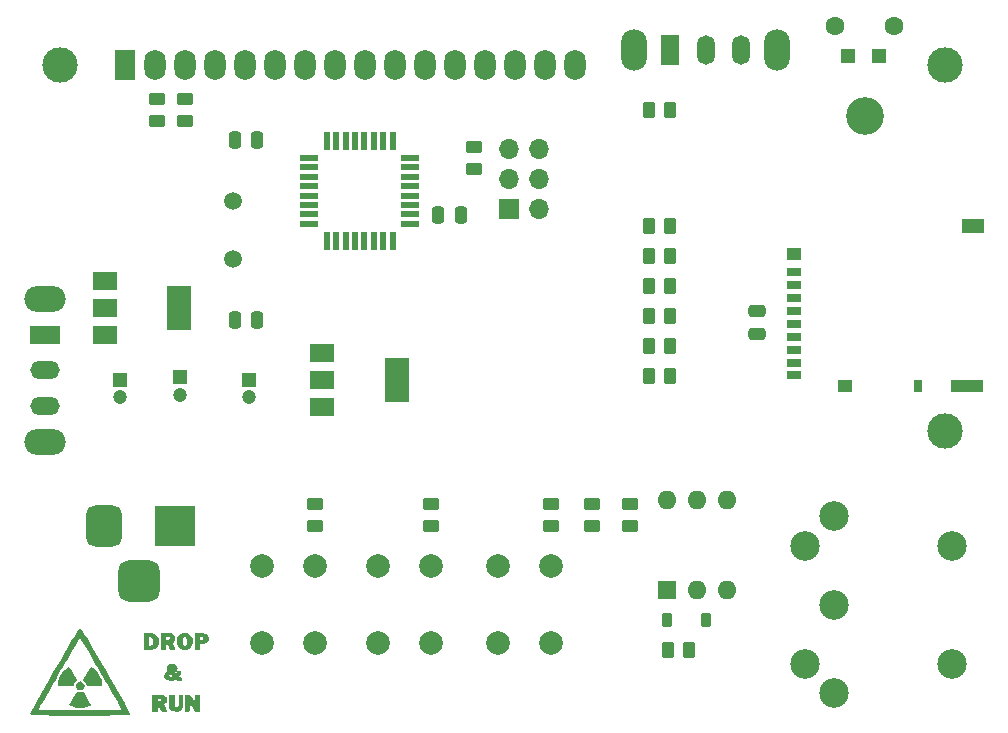
<source format=gbr>
%TF.GenerationSoftware,KiCad,Pcbnew,7.0.2*%
%TF.CreationDate,2023-10-16T21:01:10+02:00*%
%TF.ProjectId,interrupter,696e7465-7272-4757-9074-65722e6b6963,rev?*%
%TF.SameCoordinates,Original*%
%TF.FileFunction,Soldermask,Top*%
%TF.FilePolarity,Negative*%
%FSLAX46Y46*%
G04 Gerber Fmt 4.6, Leading zero omitted, Abs format (unit mm)*
G04 Created by KiCad (PCBNEW 7.0.2) date 2023-10-16 21:01:10*
%MOMM*%
%LPD*%
G01*
G04 APERTURE LIST*
G04 Aperture macros list*
%AMRoundRect*
0 Rectangle with rounded corners*
0 $1 Rounding radius*
0 $2 $3 $4 $5 $6 $7 $8 $9 X,Y pos of 4 corners*
0 Add a 4 corners polygon primitive as box body*
4,1,4,$2,$3,$4,$5,$6,$7,$8,$9,$2,$3,0*
0 Add four circle primitives for the rounded corners*
1,1,$1+$1,$2,$3*
1,1,$1+$1,$4,$5*
1,1,$1+$1,$6,$7*
1,1,$1+$1,$8,$9*
0 Add four rect primitives between the rounded corners*
20,1,$1+$1,$2,$3,$4,$5,0*
20,1,$1+$1,$4,$5,$6,$7,0*
20,1,$1+$1,$6,$7,$8,$9,0*
20,1,$1+$1,$8,$9,$2,$3,0*%
G04 Aperture macros list end*
%ADD10R,1.600000X0.550000*%
%ADD11R,0.550000X1.600000*%
%ADD12RoundRect,0.250000X-0.450000X0.262500X-0.450000X-0.262500X0.450000X-0.262500X0.450000X0.262500X0*%
%ADD13RoundRect,0.250000X-0.250000X-0.475000X0.250000X-0.475000X0.250000X0.475000X-0.250000X0.475000X0*%
%ADD14R,2.000000X1.500000*%
%ADD15R,2.000000X3.800000*%
%ADD16C,1.600000*%
%ADD17C,3.200000*%
%ADD18R,1.208000X1.208000*%
%ADD19RoundRect,0.250000X-0.262500X-0.450000X0.262500X-0.450000X0.262500X0.450000X-0.262500X0.450000X0*%
%ADD20RoundRect,0.250000X0.262500X0.450000X-0.262500X0.450000X-0.262500X-0.450000X0.262500X-0.450000X0*%
%ADD21C,3.000000*%
%ADD22R,1.800000X2.600000*%
%ADD23O,1.800000X2.600000*%
%ADD24R,1.200000X1.200000*%
%ADD25C,1.200000*%
%ADD26RoundRect,0.250000X-0.475000X0.250000X-0.475000X-0.250000X0.475000X-0.250000X0.475000X0.250000X0*%
%ADD27RoundRect,0.225000X-0.225000X-0.375000X0.225000X-0.375000X0.225000X0.375000X-0.225000X0.375000X0*%
%ADD28R,1.600000X1.600000*%
%ADD29O,1.600000X1.600000*%
%ADD30C,2.500000*%
%ADD31R,3.500000X3.500000*%
%ADD32RoundRect,0.750000X-0.750000X-1.000000X0.750000X-1.000000X0.750000X1.000000X-0.750000X1.000000X0*%
%ADD33RoundRect,0.875000X-0.875000X-0.875000X0.875000X-0.875000X0.875000X0.875000X-0.875000X0.875000X0*%
%ADD34O,3.500000X2.200000*%
%ADD35R,2.500000X1.500000*%
%ADD36O,2.500000X1.500000*%
%ADD37C,1.500000*%
%ADD38O,2.200000X3.500000*%
%ADD39R,1.500000X2.500000*%
%ADD40O,1.500000X2.500000*%
%ADD41R,1.700000X1.700000*%
%ADD42O,1.700000X1.700000*%
%ADD43R,1.200000X0.700000*%
%ADD44R,0.800000X1.000000*%
%ADD45R,1.200000X1.000000*%
%ADD46R,2.800000X1.000000*%
%ADD47R,1.900000X1.300000*%
%ADD48C,2.000000*%
%ADD49RoundRect,0.250000X0.450000X-0.262500X0.450000X0.262500X-0.450000X0.262500X-0.450000X-0.262500X0*%
G04 APERTURE END LIST*
%TO.C,G\u002A\u002A\u002A*%
G36*
X28576248Y-82718916D02*
G01*
X28685515Y-82807140D01*
X28755164Y-82935757D01*
X28775103Y-83068466D01*
X28746679Y-83215632D01*
X28669871Y-83333293D01*
X28557842Y-83413584D01*
X28423758Y-83448639D01*
X28280784Y-83430593D01*
X28216009Y-83402488D01*
X28101428Y-83305264D01*
X28036644Y-83169008D01*
X28023359Y-83057168D01*
X28051719Y-82903016D01*
X28132501Y-82782340D01*
X28259257Y-82704121D01*
X28282328Y-82696458D01*
X28438230Y-82679288D01*
X28576248Y-82718916D01*
G37*
G36*
X37525888Y-83817689D02*
G01*
X37744505Y-83827355D01*
X37950856Y-84152195D01*
X38157207Y-84477036D01*
X38157207Y-84144023D01*
X38157207Y-83811010D01*
X38337001Y-83811010D01*
X38516795Y-83811010D01*
X38516795Y-84530186D01*
X38516795Y-85249363D01*
X38340174Y-85249363D01*
X38163554Y-85249363D01*
X37958954Y-84914292D01*
X37875775Y-84778498D01*
X37802467Y-84659610D01*
X37747196Y-84570817D01*
X37718780Y-84526277D01*
X37702990Y-84519353D01*
X37692258Y-84557782D01*
X37685929Y-84647594D01*
X37683347Y-84794818D01*
X37683204Y-84853175D01*
X37683204Y-85233018D01*
X37495238Y-85242822D01*
X37307271Y-85252625D01*
X37307271Y-84530324D01*
X37307271Y-83808023D01*
X37525888Y-83817689D01*
G37*
G36*
X29369526Y-81449553D02*
G01*
X29439667Y-81488777D01*
X29485682Y-81520163D01*
X29740196Y-81741938D01*
X29952385Y-82003875D01*
X30116145Y-82295571D01*
X30225374Y-82606622D01*
X30268678Y-82854832D01*
X30288412Y-83059144D01*
X29613543Y-83059144D01*
X29387524Y-83058931D01*
X29218583Y-83057740D01*
X29098418Y-83054739D01*
X29018730Y-83049097D01*
X28971215Y-83039985D01*
X28947574Y-83026571D01*
X28939504Y-83008025D01*
X28938674Y-82991615D01*
X28912941Y-82879056D01*
X28833051Y-82752706D01*
X28766314Y-82676507D01*
X28667178Y-82571735D01*
X28987429Y-82013557D01*
X29087058Y-81841218D01*
X29176500Y-81688972D01*
X29250411Y-81565713D01*
X29303449Y-81480339D01*
X29330270Y-81441744D01*
X29331577Y-81440611D01*
X29369526Y-81449553D01*
G37*
G36*
X27489551Y-81472073D02*
G01*
X27539565Y-81551839D01*
X27611138Y-81670661D01*
X27698915Y-81819635D01*
X27797543Y-81989858D01*
X27811155Y-82013557D01*
X28131406Y-82571735D01*
X28032270Y-82676507D01*
X27921601Y-82813319D01*
X27867256Y-82932375D01*
X27859910Y-82991615D01*
X27857772Y-83014300D01*
X27845806Y-83031237D01*
X27815681Y-83043264D01*
X27759066Y-83051221D01*
X27667631Y-83055948D01*
X27533046Y-83058284D01*
X27346981Y-83059068D01*
X27189768Y-83059144D01*
X26519627Y-83059144D01*
X26519627Y-82946339D01*
X26545261Y-82710417D01*
X26617608Y-82455152D01*
X26729833Y-82198711D01*
X26875104Y-81959266D01*
X26907533Y-81915000D01*
X26984359Y-81824667D01*
X27081870Y-81725665D01*
X27188379Y-81627920D01*
X27292202Y-81541357D01*
X27381651Y-81475903D01*
X27445042Y-81441482D01*
X27466449Y-81440266D01*
X27489551Y-81472073D01*
G37*
G36*
X29007507Y-84078380D02*
G01*
X29104821Y-84248099D01*
X29190542Y-84399755D01*
X29259339Y-84523743D01*
X29305883Y-84610456D01*
X29324844Y-84650289D01*
X29324846Y-84650295D01*
X29303553Y-84690637D01*
X29230050Y-84741345D01*
X29115457Y-84796535D01*
X28970892Y-84850324D01*
X28912224Y-84868636D01*
X28769791Y-84900621D01*
X28596184Y-84924902D01*
X28416903Y-84939225D01*
X28257448Y-84941336D01*
X28170463Y-84934216D01*
X28019197Y-84903994D01*
X27865418Y-84860950D01*
X27721580Y-84810160D01*
X27600135Y-84756696D01*
X27513536Y-84705635D01*
X27474236Y-84662051D01*
X27473738Y-84650295D01*
X27492686Y-84610484D01*
X27539219Y-84523789D01*
X27608008Y-84399816D01*
X27693722Y-84248170D01*
X27791033Y-84078457D01*
X27791077Y-84078380D01*
X28098177Y-83546370D01*
X28199700Y-83571439D01*
X28308505Y-83590156D01*
X28399292Y-83596508D01*
X28506681Y-83588071D01*
X28598884Y-83571439D01*
X28700407Y-83546370D01*
X29007507Y-84078380D01*
G37*
G36*
X34193565Y-78587090D02*
G01*
X34375338Y-78596236D01*
X34507334Y-78609360D01*
X34605137Y-78629011D01*
X34684336Y-78657735D01*
X34713849Y-78672104D01*
X34864185Y-78783916D01*
X34973978Y-78934422D01*
X35042125Y-79110633D01*
X35067528Y-79299563D01*
X35049086Y-79488224D01*
X34985697Y-79663629D01*
X34876261Y-79812789D01*
X34814973Y-79865477D01*
X34709542Y-79932640D01*
X34596439Y-79977887D01*
X34459898Y-80004844D01*
X34284158Y-80017139D01*
X34147824Y-80018989D01*
X33809459Y-80018989D01*
X33809459Y-79295784D01*
X33809459Y-78940225D01*
X34267117Y-78940225D01*
X34267117Y-79299813D01*
X34267117Y-79659401D01*
X34348842Y-79659401D01*
X34434147Y-79636640D01*
X34494122Y-79595845D01*
X34560289Y-79494249D01*
X34590179Y-79370348D01*
X34587133Y-79239221D01*
X34554491Y-79115942D01*
X34495594Y-79015589D01*
X34413784Y-78953237D01*
X34348842Y-78940225D01*
X34267117Y-78940225D01*
X33809459Y-78940225D01*
X33809459Y-78572579D01*
X34193565Y-78587090D01*
G37*
G36*
X38672196Y-78585612D02*
G01*
X38856470Y-78602174D01*
X38996563Y-78632774D01*
X39102755Y-78679866D01*
X39185323Y-78745900D01*
X39202040Y-78764011D01*
X39263758Y-78845847D01*
X39293239Y-78926714D01*
X39301306Y-79037929D01*
X39301351Y-79051368D01*
X39276858Y-79221492D01*
X39202853Y-79350219D01*
X39078550Y-79438182D01*
X38903161Y-79486011D01*
X38746674Y-79495952D01*
X38549485Y-79495952D01*
X38549485Y-79757471D01*
X38549485Y-80018989D01*
X38320656Y-80018989D01*
X38091827Y-80018989D01*
X38091827Y-79299813D01*
X38091827Y-78936466D01*
X38549485Y-78936466D01*
X38549485Y-79054639D01*
X38549485Y-79172813D01*
X38688417Y-79162761D01*
X38775730Y-79152678D01*
X38815851Y-79129927D01*
X38826955Y-79080365D01*
X38827349Y-79054639D01*
X38822014Y-78992621D01*
X38793896Y-78962265D01*
X38724821Y-78949430D01*
X38688417Y-78946518D01*
X38549485Y-78936466D01*
X38091827Y-78936466D01*
X38091827Y-78580637D01*
X38433462Y-78580637D01*
X38672196Y-78585612D01*
G37*
G36*
X36391956Y-84311164D02*
G01*
X36394215Y-84534833D01*
X36401162Y-84696768D01*
X36413051Y-84800465D01*
X36430135Y-84849420D01*
X36431184Y-84850547D01*
X36502111Y-84884998D01*
X36593967Y-84888661D01*
X36677362Y-84863996D01*
X36717704Y-84826544D01*
X36730056Y-84771528D01*
X36740321Y-84664247D01*
X36747679Y-84517804D01*
X36751306Y-84345303D01*
X36751544Y-84287162D01*
X36751544Y-83811010D01*
X36931338Y-83811010D01*
X37111132Y-83811010D01*
X37111082Y-84342220D01*
X37108825Y-84575757D01*
X37100373Y-84754385D01*
X37083121Y-84888474D01*
X37054469Y-84988396D01*
X37011815Y-85064523D01*
X36952556Y-85127225D01*
X36904614Y-85165172D01*
X36795526Y-85214530D01*
X36646788Y-85242130D01*
X36480600Y-85247411D01*
X36319160Y-85229814D01*
X36184668Y-85188777D01*
X36174049Y-85183613D01*
X36094107Y-85137319D01*
X36034011Y-85084208D01*
X35990993Y-85014695D01*
X35962282Y-84919195D01*
X35945111Y-84788125D01*
X35936712Y-84611899D01*
X35934315Y-84380933D01*
X35934298Y-84353624D01*
X35934298Y-83811010D01*
X36163127Y-83811010D01*
X36391956Y-83811010D01*
X36391956Y-84311164D01*
G37*
G36*
X37512000Y-78617711D02*
G01*
X37593316Y-78649977D01*
X37741412Y-78755195D01*
X37849407Y-78899993D01*
X37917197Y-79072231D01*
X37944672Y-79259769D01*
X37931727Y-79450465D01*
X37878254Y-79632180D01*
X37784147Y-79792772D01*
X37649298Y-79920101D01*
X37604752Y-79947843D01*
X37457571Y-80000576D01*
X37281269Y-80019730D01*
X37102929Y-80005124D01*
X36949635Y-79956576D01*
X36941265Y-79952284D01*
X36791465Y-79837757D01*
X36679742Y-79678650D01*
X36611644Y-79487094D01*
X36594341Y-79293389D01*
X37094787Y-79293389D01*
X37097971Y-79435292D01*
X37109629Y-79528787D01*
X37132927Y-79590630D01*
X37157061Y-79623187D01*
X37240529Y-79682926D01*
X37320892Y-79678121D01*
X37392561Y-79609513D01*
X37430367Y-79511007D01*
X37449785Y-79375420D01*
X37450658Y-79227699D01*
X37432829Y-79092788D01*
X37396415Y-78996048D01*
X37333163Y-78925338D01*
X37266505Y-78914460D01*
X37182338Y-78961778D01*
X37171961Y-78970015D01*
X37132924Y-79008119D01*
X37109768Y-79055474D01*
X37098450Y-79129019D01*
X37094928Y-79245693D01*
X37094787Y-79293389D01*
X36594341Y-79293389D01*
X36592718Y-79275223D01*
X36598297Y-79202163D01*
X36635311Y-79037497D01*
X36700811Y-78881811D01*
X36783633Y-78760044D01*
X36806469Y-78737160D01*
X36952123Y-78645752D01*
X37131531Y-78593904D01*
X37324791Y-78583822D01*
X37512000Y-78617711D01*
G37*
G36*
X35866948Y-78587481D02*
G01*
X36084900Y-78609563D01*
X36249571Y-78655103D01*
X36365621Y-78726399D01*
X36437712Y-78825754D01*
X36470502Y-78955468D01*
X36473681Y-79022280D01*
X36468298Y-79134100D01*
X36444671Y-79210757D01*
X36391576Y-79282089D01*
X36365631Y-79309592D01*
X36257581Y-79421071D01*
X36373803Y-79701835D01*
X36424549Y-79826401D01*
X36464063Y-79927156D01*
X36486743Y-79989628D01*
X36490026Y-80002169D01*
X36460020Y-80010295D01*
X36380535Y-80014154D01*
X36267371Y-80013110D01*
X36240363Y-80012192D01*
X35990700Y-80002645D01*
X35894358Y-79749298D01*
X35840111Y-79616671D01*
X35796828Y-79537217D01*
X35758292Y-79501025D01*
X35735398Y-79495952D01*
X35704135Y-79502114D01*
X35685392Y-79529305D01*
X35676043Y-79590588D01*
X35672959Y-79699023D01*
X35672780Y-79757471D01*
X35672780Y-80018989D01*
X35443313Y-80018989D01*
X35213847Y-80018989D01*
X35222657Y-79307986D01*
X35225999Y-79038294D01*
X35672780Y-79038294D01*
X35677340Y-79122635D01*
X35698443Y-79160114D01*
X35747227Y-79169027D01*
X35752376Y-79169054D01*
X35846407Y-79156976D01*
X35915825Y-79137173D01*
X35984307Y-79087026D01*
X35999678Y-79026256D01*
X35982530Y-78959353D01*
X35924416Y-78921752D01*
X35815331Y-78907933D01*
X35784521Y-78907535D01*
X35712968Y-78911658D01*
X35681168Y-78936585D01*
X35673022Y-79001156D01*
X35672780Y-79038294D01*
X35225999Y-79038294D01*
X35231467Y-78596982D01*
X35591055Y-78586555D01*
X35866948Y-78587481D01*
G37*
G36*
X34912741Y-83811192D02*
G01*
X35136075Y-83814273D01*
X35305667Y-83824983D01*
X35432955Y-83845858D01*
X35529380Y-83879431D01*
X35606378Y-83928237D01*
X35658293Y-83976399D01*
X35716363Y-84047095D01*
X35745141Y-84119344D01*
X35754198Y-84221078D01*
X35754504Y-84257151D01*
X35750311Y-84366881D01*
X35730663Y-84438194D01*
X35684954Y-84497875D01*
X35644012Y-84536204D01*
X35533521Y-84634929D01*
X35652185Y-84925067D01*
X35703244Y-85051715D01*
X35743287Y-85154477D01*
X35766865Y-85219183D01*
X35770849Y-85233659D01*
X35740838Y-85241248D01*
X35661321Y-85244718D01*
X35548079Y-85243506D01*
X35520454Y-85242565D01*
X35270058Y-85233018D01*
X35169768Y-84963327D01*
X35113198Y-84822183D01*
X35067874Y-84736353D01*
X35029056Y-84697757D01*
X35011541Y-84693636D01*
X34983177Y-84700946D01*
X34965834Y-84731200D01*
X34956910Y-84796882D01*
X34953802Y-84910475D01*
X34953603Y-84971499D01*
X34953603Y-85249363D01*
X34724775Y-85249363D01*
X34495946Y-85249363D01*
X34495946Y-84530186D01*
X34495946Y-84370319D01*
X34953603Y-84370319D01*
X35108880Y-84360356D01*
X35204735Y-84349958D01*
X35253355Y-84328478D01*
X35272866Y-84286325D01*
X35275189Y-84272365D01*
X35266776Y-84198160D01*
X35211224Y-84155168D01*
X35101804Y-84138859D01*
X35076190Y-84138409D01*
X34995952Y-84142184D01*
X34961609Y-84166639D01*
X34953721Y-84230125D01*
X34953603Y-84254114D01*
X34953603Y-84370319D01*
X34495946Y-84370319D01*
X34495946Y-83811010D01*
X34912741Y-83811192D01*
G37*
G36*
X36328769Y-81213415D02*
G01*
X36414518Y-81220723D01*
X36471235Y-81239450D01*
X36517094Y-81274949D01*
X36558087Y-81318926D01*
X36636186Y-81447737D01*
X36651439Y-81582810D01*
X36604735Y-81715832D01*
X36503149Y-81833275D01*
X36452882Y-81884004D01*
X36450154Y-81924128D01*
X36474055Y-81961290D01*
X36505899Y-81996439D01*
X36529747Y-81990020D01*
X36558978Y-81933787D01*
X36573235Y-81900144D01*
X36610444Y-81821958D01*
X36649244Y-81790551D01*
X36713806Y-81791347D01*
X36745456Y-81796287D01*
X36841530Y-81809788D01*
X36917000Y-81816440D01*
X36923166Y-81816570D01*
X36965209Y-81841717D01*
X36974097Y-81907062D01*
X36953220Y-81998593D01*
X36905968Y-82102293D01*
X36835730Y-82204151D01*
X36826940Y-82214420D01*
X36797962Y-82258332D01*
X36822877Y-82281841D01*
X36843841Y-82289101D01*
X36918484Y-82302007D01*
X36952470Y-82300234D01*
X36980408Y-82313648D01*
X36994118Y-82375374D01*
X36996718Y-82454382D01*
X36996718Y-82617831D01*
X36843147Y-82627725D01*
X36699002Y-82620111D01*
X36589801Y-82586023D01*
X36513677Y-82553803D01*
X36453661Y-82557239D01*
X36393579Y-82584302D01*
X36289603Y-82615717D01*
X36148256Y-82630592D01*
X35995458Y-82628779D01*
X35857128Y-82610135D01*
X35784422Y-82587710D01*
X35657467Y-82500329D01*
X35562329Y-82372858D01*
X35525308Y-82272917D01*
X35528019Y-82182072D01*
X35968161Y-82182072D01*
X35980979Y-82252565D01*
X36007851Y-82285628D01*
X36078910Y-82301739D01*
X36156312Y-82303144D01*
X36213931Y-82291087D01*
X36228507Y-82275104D01*
X36207348Y-82224344D01*
X36155922Y-82160272D01*
X36092308Y-82100380D01*
X36034582Y-82062162D01*
X36004999Y-82058815D01*
X35976037Y-82107081D01*
X35968161Y-82182072D01*
X35528019Y-82182072D01*
X35528847Y-82154312D01*
X35579153Y-82027216D01*
X35665301Y-81913895D01*
X35725814Y-81864294D01*
X35790291Y-81815915D01*
X35806405Y-81779415D01*
X35783022Y-81735027D01*
X35739639Y-81624616D01*
X35743479Y-81528248D01*
X36139121Y-81528248D01*
X36154884Y-81592795D01*
X36164376Y-81605951D01*
X36219800Y-81643791D01*
X36261904Y-81622413D01*
X36277542Y-81553135D01*
X36255900Y-81484076D01*
X36220236Y-81463546D01*
X36164056Y-81477129D01*
X36139121Y-81528248D01*
X35743479Y-81528248D01*
X35744787Y-81495434D01*
X35795807Y-81369382D01*
X35833547Y-81318926D01*
X35883784Y-81266188D01*
X35930369Y-81234499D01*
X35991474Y-81218504D01*
X36085273Y-81212848D01*
X36195817Y-81212168D01*
X36328769Y-81213415D01*
G37*
G36*
X28515354Y-78286272D02*
G01*
X28590171Y-78359980D01*
X28620052Y-78405853D01*
X28679185Y-78502914D01*
X28767815Y-78651585D01*
X28886190Y-78852288D01*
X29034553Y-79105446D01*
X29213150Y-79411482D01*
X29422227Y-79770818D01*
X29662029Y-80183876D01*
X29932802Y-80651079D01*
X30234792Y-81172849D01*
X30568242Y-81749608D01*
X30933400Y-82381780D01*
X31330510Y-83069786D01*
X31759818Y-83814049D01*
X31825575Y-83928083D01*
X32013875Y-84255263D01*
X32171333Y-84530914D01*
X32300140Y-84759929D01*
X32402490Y-84947198D01*
X32480575Y-85097612D01*
X32536587Y-85216063D01*
X32572720Y-85307443D01*
X32591165Y-85376641D01*
X32594116Y-85428550D01*
X32583764Y-85468062D01*
X32562304Y-85500066D01*
X32540154Y-85522160D01*
X32527614Y-85530153D01*
X32506343Y-85537324D01*
X32472952Y-85543716D01*
X32424054Y-85549374D01*
X32356261Y-85554343D01*
X32266186Y-85558665D01*
X32150441Y-85562386D01*
X32005637Y-85565550D01*
X31828389Y-85568200D01*
X31615307Y-85570382D01*
X31363005Y-85572139D01*
X31068095Y-85573515D01*
X30727188Y-85574556D01*
X30336897Y-85575303D01*
X29893835Y-85575803D01*
X29394615Y-85576100D01*
X28835847Y-85576237D01*
X28393612Y-85576261D01*
X27791876Y-85576231D01*
X27252106Y-85576109D01*
X26770889Y-85575845D01*
X26344811Y-85575390D01*
X25970458Y-85574695D01*
X25644416Y-85573710D01*
X25363273Y-85572386D01*
X25123615Y-85570674D01*
X24922027Y-85568525D01*
X24755097Y-85565889D01*
X24619411Y-85562717D01*
X24511555Y-85558960D01*
X24428116Y-85554568D01*
X24365680Y-85549493D01*
X24320833Y-85543684D01*
X24290163Y-85537093D01*
X24270255Y-85529670D01*
X24257695Y-85521367D01*
X24252750Y-85516480D01*
X24211788Y-85438863D01*
X24198649Y-85363862D01*
X24215812Y-85308712D01*
X24267205Y-85198226D01*
X24317023Y-85101737D01*
X24852445Y-85101737D01*
X24884435Y-85103999D01*
X24977602Y-85106171D01*
X25127746Y-85108235D01*
X25330665Y-85110169D01*
X25582157Y-85111954D01*
X25878020Y-85113571D01*
X26214054Y-85114998D01*
X26586056Y-85116217D01*
X26989824Y-85117206D01*
X27421158Y-85117947D01*
X27875855Y-85118419D01*
X28349714Y-85118602D01*
X28399292Y-85118603D01*
X28874881Y-85118452D01*
X29331739Y-85118011D01*
X29765666Y-85117300D01*
X30172458Y-85116340D01*
X30547916Y-85115149D01*
X30887836Y-85113749D01*
X31188018Y-85112158D01*
X31444260Y-85110398D01*
X31652361Y-85108486D01*
X31808117Y-85106445D01*
X31907329Y-85104292D01*
X31945795Y-85102049D01*
X31946139Y-85101815D01*
X31930113Y-85068008D01*
X31883758Y-84982749D01*
X31809655Y-84850463D01*
X31710387Y-84675576D01*
X31588538Y-84462512D01*
X31446688Y-84215697D01*
X31287421Y-83939556D01*
X31113319Y-83638514D01*
X30926964Y-83316997D01*
X30730939Y-82979429D01*
X30527827Y-82630236D01*
X30320210Y-82273844D01*
X30110670Y-81914676D01*
X29901791Y-81557159D01*
X29696153Y-81205718D01*
X29496340Y-80864778D01*
X29304935Y-80538764D01*
X29124519Y-80232101D01*
X28957676Y-79949215D01*
X28806987Y-79694531D01*
X28675036Y-79472474D01*
X28564404Y-79287469D01*
X28477674Y-79143942D01*
X28417428Y-79046317D01*
X28386250Y-78999020D01*
X28382451Y-78995220D01*
X28362689Y-79026980D01*
X28313014Y-79110685D01*
X28236009Y-79241869D01*
X28134255Y-79416064D01*
X28010336Y-79628803D01*
X27866833Y-79875620D01*
X27706329Y-80152047D01*
X27531405Y-80453617D01*
X27344645Y-80775864D01*
X27148630Y-81114320D01*
X26945943Y-81464517D01*
X26739166Y-81821990D01*
X26530881Y-82182271D01*
X26323670Y-82540893D01*
X26120116Y-82893390D01*
X25922802Y-83235293D01*
X25734308Y-83562135D01*
X25557218Y-83869451D01*
X25394115Y-84152773D01*
X25247579Y-84407633D01*
X25120193Y-84629565D01*
X25014541Y-84814102D01*
X24933203Y-84956777D01*
X24878762Y-85053122D01*
X24853801Y-85098671D01*
X24852445Y-85101737D01*
X24317023Y-85101737D01*
X24352676Y-85032682D01*
X24472078Y-84812356D01*
X24625260Y-84537524D01*
X24812074Y-84208464D01*
X24973106Y-83928083D01*
X25392172Y-83201565D01*
X25779357Y-82530654D01*
X26135303Y-81914246D01*
X26460653Y-81351234D01*
X26756051Y-80840509D01*
X27022139Y-80380967D01*
X27259561Y-79971500D01*
X27468959Y-79611001D01*
X27650976Y-79298364D01*
X27806256Y-79032482D01*
X27935442Y-78812247D01*
X28039176Y-78636555D01*
X28118101Y-78504297D01*
X28172861Y-78414367D01*
X28204098Y-78365658D01*
X28208165Y-78359980D01*
X28305113Y-78272782D01*
X28410802Y-78248214D01*
X28515354Y-78286272D01*
G37*
%TD*%
D10*
%TO.C,U4*%
X47820000Y-38350000D03*
X47820000Y-39150000D03*
X47820000Y-39950000D03*
X47820000Y-40750000D03*
X47820000Y-41550000D03*
X47820000Y-42350000D03*
X47820000Y-43150000D03*
X47820000Y-43950000D03*
D11*
X49270000Y-45400000D03*
X50070000Y-45400000D03*
X50870000Y-45400000D03*
X51670000Y-45400000D03*
X52470000Y-45400000D03*
X53270000Y-45400000D03*
X54070000Y-45400000D03*
X54870000Y-45400000D03*
D10*
X56320000Y-43950000D03*
X56320000Y-43150000D03*
X56320000Y-42350000D03*
X56320000Y-41550000D03*
X56320000Y-40750000D03*
X56320000Y-39950000D03*
X56320000Y-39150000D03*
X56320000Y-38350000D03*
D11*
X54870000Y-36900000D03*
X54070000Y-36900000D03*
X53270000Y-36900000D03*
X52470000Y-36900000D03*
X51670000Y-36900000D03*
X50870000Y-36900000D03*
X50070000Y-36900000D03*
X49270000Y-36900000D03*
%TD*%
D12*
%TO.C,R15*%
X71755000Y-67667500D03*
X71755000Y-69492500D03*
%TD*%
D13*
%TO.C,C6*%
X41515000Y-36830000D03*
X43415000Y-36830000D03*
%TD*%
D12*
%TO.C,R14*%
X74930000Y-67667500D03*
X74930000Y-69492500D03*
%TD*%
D14*
%TO.C,U2*%
X48920000Y-54850000D03*
X48920000Y-57150000D03*
D15*
X55220000Y-57150000D03*
D14*
X48920000Y-59450000D03*
%TD*%
D16*
%TO.C,U3*%
X92342000Y-27218000D03*
D17*
X94842000Y-34818000D03*
D16*
X97342000Y-27218000D03*
D18*
X96042000Y-29718000D03*
X93442000Y-29718000D03*
%TD*%
D19*
%TO.C,R7*%
X76557500Y-46690000D03*
X78382500Y-46690000D03*
%TD*%
D20*
%TO.C,R12*%
X78382500Y-56850000D03*
X76557500Y-56850000D03*
%TD*%
D21*
%TO.C,DS1*%
X26670000Y-30480000D03*
X101668580Y-61480700D03*
X101669100Y-30480000D03*
D22*
X32169100Y-30480000D03*
D23*
X34709100Y-30480000D03*
X37249100Y-30480000D03*
X39789100Y-30480000D03*
X42329100Y-30480000D03*
X44869100Y-30480000D03*
X47409100Y-30480000D03*
X49949100Y-30480000D03*
X52489100Y-30480000D03*
X55029100Y-30480000D03*
X57569100Y-30480000D03*
X60109100Y-30480000D03*
X62649100Y-30480000D03*
X65189100Y-30480000D03*
X67729100Y-30480000D03*
X70269100Y-30480000D03*
%TD*%
D24*
%TO.C,C2*%
X36830000Y-56920000D03*
D25*
X36830000Y-58420000D03*
%TD*%
D26*
%TO.C,C5*%
X85725000Y-51355000D03*
X85725000Y-53255000D03*
%TD*%
D20*
%TO.C,R16*%
X79967500Y-80010000D03*
X78142500Y-80010000D03*
%TD*%
D12*
%TO.C,R1*%
X34925000Y-33377500D03*
X34925000Y-35202500D03*
%TD*%
D19*
%TO.C,R13*%
X76557500Y-34290000D03*
X78382500Y-34290000D03*
%TD*%
D13*
%TO.C,C7*%
X41515000Y-52070000D03*
X43415000Y-52070000D03*
%TD*%
D20*
%TO.C,R11*%
X78382500Y-44150000D03*
X76557500Y-44150000D03*
%TD*%
D27*
%TO.C,D1*%
X78120000Y-77470000D03*
X81420000Y-77470000D03*
%TD*%
D24*
%TO.C,C3*%
X42672000Y-57150000D03*
D25*
X42672000Y-58650000D03*
%TD*%
D28*
%TO.C,U5*%
X78120000Y-74920000D03*
D29*
X80660000Y-74920000D03*
X83200000Y-74920000D03*
X83200000Y-67300000D03*
X80660000Y-67300000D03*
X78120000Y-67300000D03*
%TD*%
D30*
%TO.C,J4*%
X92250000Y-68700000D03*
X92250000Y-76200000D03*
X92250000Y-83700000D03*
X89750000Y-71200000D03*
X89750000Y-81200000D03*
X102250000Y-81200000D03*
X102250000Y-71200000D03*
%TD*%
D31*
%TO.C,J1*%
X36400000Y-69527500D03*
D32*
X30400000Y-69527500D03*
D33*
X33400000Y-74227500D03*
%TD*%
D34*
%TO.C,SW1*%
X25400000Y-50290000D03*
X25400000Y-62390000D03*
D35*
X25400000Y-53340000D03*
D36*
X25400000Y-56340000D03*
X25400000Y-59340000D03*
%TD*%
D37*
%TO.C,Y1*%
X41365000Y-46900000D03*
X41365000Y-42020000D03*
%TD*%
D12*
%TO.C,R2*%
X37249100Y-33377500D03*
X37249100Y-35202500D03*
%TD*%
D14*
%TO.C,U1*%
X30505000Y-48754000D03*
X30505000Y-51054000D03*
D15*
X36805000Y-51054000D03*
D14*
X30505000Y-53354000D03*
%TD*%
D19*
%TO.C,R8*%
X76557500Y-54310000D03*
X78382500Y-54310000D03*
%TD*%
D38*
%TO.C,SW2*%
X75332500Y-29210000D03*
X87432500Y-29210000D03*
D39*
X78382500Y-29210000D03*
D40*
X81382500Y-29210000D03*
X84382500Y-29210000D03*
%TD*%
D12*
%TO.C,R5*%
X68290000Y-67667500D03*
X68290000Y-69492500D03*
%TD*%
%TO.C,R4*%
X58130000Y-67667500D03*
X58130000Y-69492500D03*
%TD*%
D13*
%TO.C,C4*%
X58740000Y-43180000D03*
X60640000Y-43180000D03*
%TD*%
D12*
%TO.C,R3*%
X48260000Y-67667500D03*
X48260000Y-69492500D03*
%TD*%
D24*
%TO.C,C1*%
X31750000Y-57150000D03*
D25*
X31750000Y-58650000D03*
%TD*%
D19*
%TO.C,R6*%
X76557500Y-51770000D03*
X78382500Y-51770000D03*
%TD*%
D41*
%TO.C,J3*%
X64750000Y-42700000D03*
D42*
X67290000Y-42700000D03*
X64750000Y-40160000D03*
X67290000Y-40160000D03*
X64750000Y-37620000D03*
X67290000Y-37620000D03*
%TD*%
D20*
%TO.C,R10*%
X78382500Y-49230000D03*
X76557500Y-49230000D03*
%TD*%
D43*
%TO.C,J2*%
X88870000Y-48055000D03*
X88870000Y-49155000D03*
X88870000Y-50255000D03*
X88870000Y-51355000D03*
X88870000Y-52455000D03*
X88870000Y-53555000D03*
X88870000Y-54655000D03*
X88870000Y-55755000D03*
X88870000Y-56705000D03*
D44*
X99370000Y-57655000D03*
D45*
X93170000Y-57655000D03*
D46*
X103520000Y-57655000D03*
D45*
X88870000Y-46505000D03*
D47*
X103970000Y-44155000D03*
%TD*%
D48*
%TO.C,SW4*%
X53630000Y-79450000D03*
X53630000Y-72950000D03*
X58130000Y-79450000D03*
X58130000Y-72950000D03*
%TD*%
D49*
%TO.C,R9*%
X61722000Y-39266500D03*
X61722000Y-37441500D03*
%TD*%
D48*
%TO.C,SW5*%
X63790000Y-79450000D03*
X63790000Y-72950000D03*
X68290000Y-79450000D03*
X68290000Y-72950000D03*
%TD*%
%TO.C,SW3*%
X43760000Y-79450000D03*
X43760000Y-72950000D03*
X48260000Y-79450000D03*
X48260000Y-72950000D03*
%TD*%
M02*

</source>
